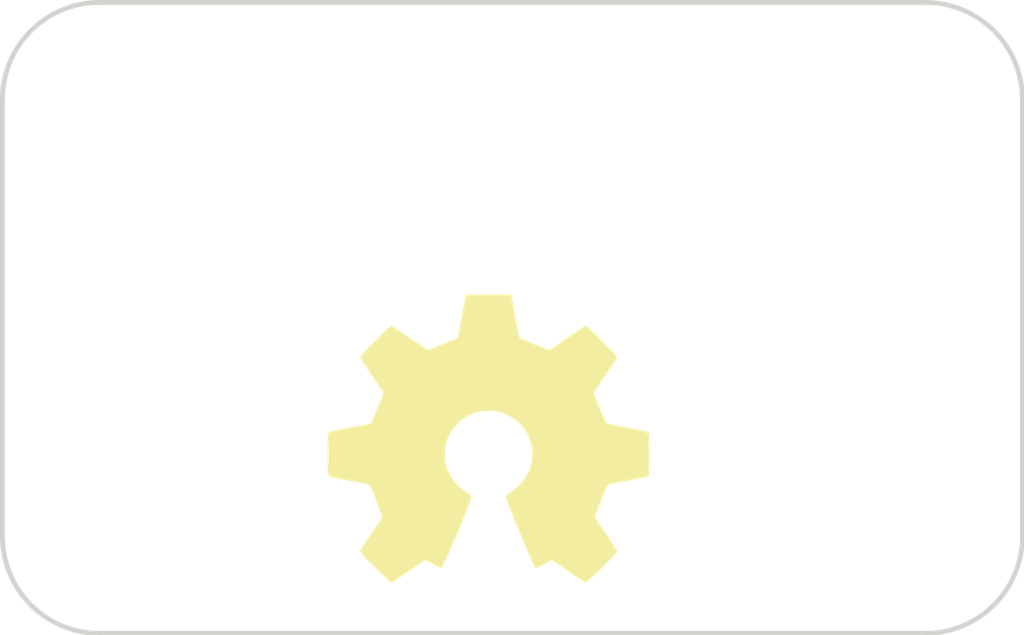
<source format=kicad_pcb>
(kicad_pcb (version 20211014) (generator pcbnew)
  (layers (0 "F.Cu" signal) (31 "B.Cu" signal) (34 "B.Paste" user) (35 "F.Paste" user) (36 "B.SilkS" user "B.Silkscreen") (37 "F.SilkS" user "F.Silkscreen") (38 "B.Mask" user) (39 "F.Mask" user) (44 "Edge.Cuts" user))
  (net 0 "")
  (footprint "Symbol:OSHW-Symbol_6.7x6mm_SilkScreen" (layer "F.Cu") (at 150 99)
    (fp_text reference "LOGO1" hide)
    (fp_text value "Logo_Open_Hardware_Small" hide)
    (fp_poly (pts (xy 0.555814 -2.531069) (xy 0.639635 -2.086445) (xy 0.94892 -1.958947) (xy 1.258206 -1.831449) (xy 1.629246 -2.083754) (xy 1.733157 -2.154004) (xy 1.827087 -2.216728) (xy 1.906652 -2.269062) (xy 1.96747 -2.308143) (xy 2.005157 -2.331107) (xy 2.015421 -2.336058) (xy 2.03391 -2.323324) (xy 2.07342 -2.288118) (xy 2.129522 -2.234938) (xy 2.197787 -2.168282) (xy 2.273786 -2.092646) (xy 2.353092 -2.012528) (xy 2.431275 -1.932426) (xy 2.503907 -1.856836) (xy 2.566559 -1.790255) (xy 2.614803 -1.737182) (xy 2.64421 -1.702113) (xy 2.651241 -1.690377) (xy 2.641123 -1.66874) (xy 2.612759 -1.621338) (xy 2.569129 -1.552807) (xy 2.513218 -1.467785) (xy 2.448006 -1.370907) (xy 2.410219 -1.31565) (xy 2.341343 -1.214752) (xy 2.28014 -1.123701) (xy 2.229578 -1.04703) (xy 2.192628 -0.989272) (xy 2.172258 -0.954957) (xy 2.169197 -0.947746) (xy 2.176136 -0.927252) (xy 2.195051 -0.879487) (xy 2.223087 -0.811168) (xy 2.257391 -0.729011) (xy 2.295109 -0.63973) (xy 2.333387 -0.550042) (xy 2.36937 -0.466662) (xy 2.400206 -0.396306) (xy 2.423039 -0.34569) (xy 2.435017 -0.321529) (xy 2.435724 -0.320578) (xy 2.454531 -0.315964) (xy 2.504618 -0.305672) (xy 2.580793 -0.290713) (xy 2.677865 -0.272099) (xy 2.790643 -0.250841) (xy 2.856442 -0.238582) (xy 2.97695 -0.215638) (xy 3.085797 -0.193805) (xy 3.177476 -0.174278) (xy 3.246481 -0.158252) (xy 3.287304 -0.146921) (xy 3.295511 -0.143326) (xy 3.303548 -0.118994) (xy 3.310033 -0.064041) (xy 3.31497 0.015108) (xy 3.318364 0.112026) (xy 3.320218 0.220287) (xy 3.320538 0.333465) (xy 3.319327 0.445135) (xy 3.31659 0.548868) (xy 3.312331 0.638241) (xy 3.306555 0.706826) (xy 3.299267 0.748197) (xy 3.294895 0.75681) (xy 3.268764 0.767133) (xy 3.213393 0.781892) (xy 3.136107 0.799352) (xy 3.04423 0.81778) (xy 3.012158 0.823741) (xy 2.857524 0.852066) (xy 2.735375 0.874876) (xy 2.641673 0.89308) (xy 2.572384 0.907583) (xy 2.523471 0.919292) (xy 2.490897 0.929115) (xy 2.470628 0.937956) (xy 2.458626 0.946724) (xy 2.456947 0.948457) (xy 2.440184 0.976371) (xy 2.414614 1.030695) (xy 2.382788 1.104777) (xy 2.34726 1.191965) (xy 2.310583 1.285608) (xy 2.275311 1.379052) (xy 2.243996 1.465647) (xy 2.219193 1.53874) (xy 2.203454 1.591678) (xy 2.199332 1.617811) (xy 2.199676 1.618726) (xy 2.213641 1.640086) (xy 2.245322 1.687084) (xy 2.291391 1.754827) (xy 2.348518 1.838423) (xy 2.413373 1.932982) (xy 2.431843 1.959854) (xy 2.497699 2.057275) (xy 2.55565 2.146163) (xy 2.602538 2.221412) (xy 2.635207 2.27792) (xy 2.6505 2.310581) (xy 2.651241 2.314593) (xy 2.638392 2.335684) (xy 2.602888 2.377464) (xy 2.549293 2.435445) (xy 2.482171 2.505135) (xy 2.406087 2.582045) (xy 2.325604 2.661683) (xy 2.245287 2.739561) (xy 2.169699 2.811186) (xy 2.103405 2.87207) (xy 2.050969 2.917721) (xy 2.016955 2.94365) (xy 2.007545 2.947883) (xy 1.985643 2.937912) (xy 1.9408 2.91102) (xy 1.880321 2.871736) (xy 1.833789 2.840117) (xy 1.749475 2.782098) (xy 1.649626 2.713784) (xy 1.549473 2.645579) (xy 1.495627 2.609075) (xy 1.313371 2.4858) (xy 1.160381 2.56852) (xy 1.090682 2.604759) (xy 1.031414 2.632926) (xy 0.991311 2.648991) (xy 0.981103 2.651226) (xy 0.968829 2.634722) (xy 0.944613 2.588082) (xy 0.910263 2.515609) (xy 0.867588 2.421606) (xy 0.818394 2.310374) (xy 0.76449 2.186215) (xy 0.707684 2.053432) (xy 0.649782 1.916327) (xy 0.592593 1.779202) (xy 0.537924 1.646358) (xy 0.487584 1.522098) (xy 0.44338 1.410725) (xy 0.407119 1.316539) (xy 0.380609 1.243844) (xy 0.365658 1.196941) (xy 0.363254 1.180833) (xy 0.382311 1.160286) (xy 0.424036 1.126933) (xy 0.479706 1.087702) (xy 0.484378 1.084599) (xy 0.628264 0.969423) (xy 0.744283 0.835053) (xy 0.83143 0.685784) (xy 0.888699 0.525913) (xy 0.915086 0.359737) (xy 0.909585 0.191552) (xy 0.87119 0.025655) (xy 0.798895 -0.133658) (xy 0.777626 -0.168513) (xy 0.666996 -0.309263) (xy 0.536302 -0.422286) (xy 0.390064 -0.506997) (xy 0.232808 -0.562806) (xy 0.069057 -0.589126) (xy -0.096667 -0.58537) (xy -0.259838 -0.55095) (xy -0.415935 -0.485277) (xy -0.560433 -0.387765) (xy -0.605131 -0.348187) (xy -0.718888 -0.224297) (xy -0.801782 -0.093876) (xy -0.858644 0.052315) (xy -0.890313 0.197088) (xy -0.898131 0.35986) (xy -0.872062 0.52344) (xy -0.814755 0.682298) (xy -0.728856 0.830906) (xy -0.617014 0.963735) (xy -0.481877 1.075256) (xy -0.464117 1.087011) (xy -0.40785 1.125508) (xy -0.365077 1.158863) (xy -0.344628 1.18016) (xy -0.344331 1.180833) (xy -0.348721 1.203871) (xy -0.366124 1.256157) (xy -0.394732 1.33339) (xy -0.432735 1.431268) (xy -0.478326 1.545491) (xy -0.529697 1.671758) (xy -0.585038 1.805767) (xy -0.642542 1.943218) (xy -0.700399 2.079808) (xy -0.756802 2.211237) (xy -0.809942 2.333205) (xy -0.85801 2.441409) (xy -0.899199 2.531549) (xy -0.931699 2.599323) (xy -0.953703 2.64043) (xy -0.962564 2.651226) (xy -0.98964 2.642819) (xy -1.040303 2.620272) (xy -1.105817 2.587613) (xy -1.141841 2.56852) (xy -1.294832 2.4858) (xy -1.477088 2.609075) (xy -1.570125 2.672228) (xy -1.671985 2.741727) (xy -1.767438 2.807165) (xy -1.81525 2.840117) (xy -1.882495 2.885273) (xy -1.939436 2.921057) (xy -1.978646 2.942938) (xy -1.991381 2.947563) (xy -2.009917 2.935085) (xy -2.050941 2.900252) (xy -2.110475 2.846678) (xy -2.184542 2.777983) (xy -2.269165 2.697781) (xy -2.322685 2.646286) (xy -2.416319 2.554286) (xy -2.497241 2.471999) (xy -2.562177 2.402945) (xy -2.607858 2.350644) (xy -2.631011 2.318616) (xy -2.633232 2.312116) (xy -2.622924 2.287394) (xy -2.594439 2.237405) (xy -2.550937 2.167212) (xy -2.495577 2.081875) (xy -2.43152 1.986456) (xy -2.413303 1.959854) (xy -2.346927 1.863167) (xy -2.287378 1.776117) (xy -2.237984 1.703595) (xy -2.202075 1.650493) (xy -2.182981 1.621703) (xy -2.181136 1.618726) (xy -2.183895 1.595782) (xy -2.198538 1.545336) (xy -2.222513 1.474041) (xy -2.253266 1.388547) (xy -2.288244 1.295507) (xy -2.324893 1.201574) (xy -2.360661 1.113399) (xy -2.392994 1.037634) (xy -2.419338 0.980931) (xy -2.437142 0.949943) (xy -2.438407 0.948457) (xy -2.449294 0.939601) (xy -2.467682 0.930843) (xy -2.497606 0.921277) (xy -2.543103 0.909996) (xy -2.608209 0.896093) (xy -2.696961 0.878663) (xy -2.813393 0.856798) (xy -2.961542 0.829591) (xy -2.993618 0.823741) (xy -3.088686 0.805374) (xy -3.171565 0.787405) (xy -3.23493 0.771569) (xy -3.271458 0.7596) (xy -3.276356 0.75681) (xy -3.284427 0.732072) (xy -3.290987 0.67679) (xy -3.296033 0.597389) (xy -3.299559 0.500296) (xy -3.301561 0.391938) (xy -3.302036 0.27874) (xy -3.300977 0.167128) (xy -3.298382 0.063529) (xy -3.294246 -0.025632) (xy -3.288563 -0.093928) (xy -3.281331 -0.134934) (xy -3.276971 -0.143326) (xy -3.252698 -0.151792) (xy -3.197426 -0.165565) (xy -3.116662 -0.18345) (xy -3.015912 -0.204252) (xy -2.900683 -0.226777) (xy -2.837902 -0.238582) (xy -2.718787 -0.260849) (xy -2.612565 -0.281021) (xy -2.524427 -0.298085) (xy -2.459566 -0.311031) (xy -2.423174 -0.318845) (xy -2.417184 -0.320578) (xy -2.407061 -0.34011) (xy -2.385662 -0.387157) (xy -2.355839 -0.454997) (xy -2.320445 -0.536909) (xy -2.282332 -0.626172) (xy -2.244353 -0.716065) (xy -2.20936 -0.799865) (xy -2.180206 -0.870853) (xy -2.159743 -0.922306) (xy -2.150823 -0.947503) (xy -2.150657 -0.948604) (xy -2.160769 -0.968481) (xy -2.189117 -1.014223) (xy -2.232723 -1.081283) (xy -2.288606 -1.165116) (xy -2.353787 -1.261174) (xy -2.391679 -1.31635) (xy -2.460725 -1.417519) (xy -2.52205 -1.50937) (xy -2.572663 -1.587256) (xy -2.609571 -1.646531) (xy -2.629782 -1.682549) (xy -2.632701 -1.690623) (xy -2.620153 -1.709416) (xy -2.585463 -1.749543) (xy -2.533063 -1.806507) (xy -2.467384 -1.875815) (xy -2.392856 -1.952969) (xy -2.313913 -2.033475) (xy -2.234983 -2.112837) (xy -2.1605 -2.18656) (xy -2.094894 -2.250148) (xy -2.042596 -2.299106) (xy -2.008039 -2.328939) (xy -1.996478 -2.336058) (xy -1.977654 -2.326047) (xy -1.932631 -2.297922) (xy -1.865787 -2.254546) (xy -1.781499 -2.198782) (xy -1.684144 -2.133494) (xy -1.610707 -2.083754) (xy -1.239667 -1.831449) (xy -0.621095 -2.086445) (xy -0.537275 -2.531069) (xy -0.453454 -2.975693) (xy 0.471994 -2.975693) (xy 0.555814 -2.531069)) (layer "F.SilkS") (width 0.01) (fill solid))
  )
  (gr_line (start 142 90) (end 159 90) (layer "Edge.Cuts") (width 0.1))
  (gr_arc (start 161 101) (mid 160.414214 102.414214) (end 159 103) (layer "Edge.Cuts") (width 0.1))
  (gr_line (start 159 103) (end 142 103) (layer "Edge.Cuts") (width 0.1))
  (gr_arc (start 159 90) (mid 160.414214 90.585786) (end 161 92) (layer "Edge.Cuts") (width 0.1))
  (gr_arc (start 142 103) (mid 140.585786 102.414214) (end 140 101) (layer "Edge.Cuts") (width 0.1))
  (gr_line (start 161 101) (end 161 92) (layer "Edge.Cuts") (width 0.1))
  (gr_line (start 140 101) (end 140 92) (layer "Edge.Cuts") (width 0.1))
  (gr_arc (start 140 92) (mid 140.585786 90.585786) (end 142 90) (layer "Edge.Cuts") (width 0.1))
)
</source>
